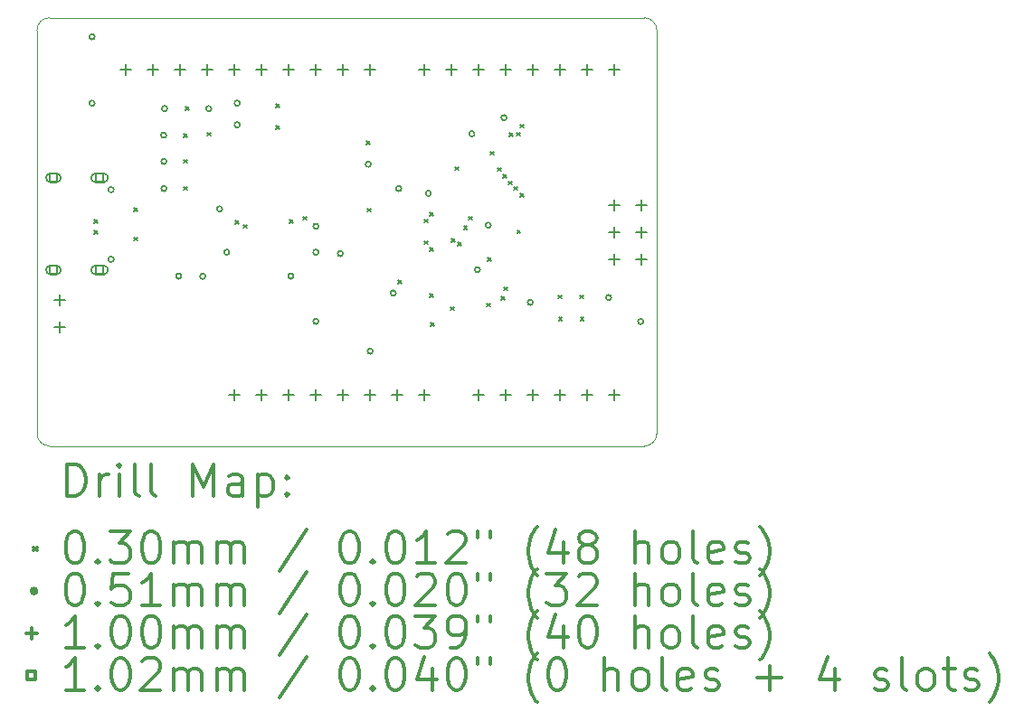
<source format=gbr>
%FSLAX45Y45*%
G04 Gerber Fmt 4.5, Leading zero omitted, Abs format (unit mm)*
G04 Created by KiCad (PCBNEW (5.1.2-1)-1) date 2020-03-21 02:44:11*
%MOMM*%
%LPD*%
G04 APERTURE LIST*
%ADD10C,0.050000*%
%ADD11C,0.049987*%
%ADD12C,0.200000*%
%ADD13C,0.300000*%
G04 APERTURE END LIST*
D10*
X1365720Y-1227280D02*
X6933400Y-1228400D01*
X1365720Y-5240480D02*
X6933400Y-5241600D01*
X7050240Y-5124760D02*
X7050240Y-1345240D01*
X1249023Y-1345240D02*
X1250000Y-5124760D01*
D11*
X6933400Y-1228400D02*
G75*
G02X7050240Y-1345240I0J-116840D01*
G01*
X7050240Y-5124760D02*
G75*
G02X6933400Y-5241600I-116840J0D01*
G01*
X1365720Y-5240480D02*
G75*
G02X1250000Y-5124760I0J115720D01*
G01*
X1249023Y-1345240D02*
G75*
G02X1365720Y-1227280I117967J0D01*
G01*
D12*
X1785000Y-3120000D02*
X1815000Y-3150000D01*
X1815000Y-3120000D02*
X1785000Y-3150000D01*
X1785000Y-3223450D02*
X1815000Y-3253450D01*
X1815000Y-3223450D02*
X1785000Y-3253450D01*
X2160000Y-3010000D02*
X2190000Y-3040000D01*
X2190000Y-3010000D02*
X2160000Y-3040000D01*
X2160000Y-3285000D02*
X2190000Y-3315000D01*
X2190000Y-3285000D02*
X2160000Y-3315000D01*
X2625800Y-2318300D02*
X2655800Y-2348300D01*
X2655800Y-2318300D02*
X2625800Y-2348300D01*
X2625800Y-2559600D02*
X2655800Y-2589600D01*
X2655800Y-2559600D02*
X2625800Y-2589600D01*
X2625800Y-2813600D02*
X2655800Y-2843600D01*
X2655800Y-2813600D02*
X2625800Y-2843600D01*
X2638500Y-2064300D02*
X2668500Y-2094300D01*
X2668500Y-2064300D02*
X2638500Y-2094300D01*
X2841700Y-2305600D02*
X2871700Y-2335600D01*
X2871700Y-2305600D02*
X2841700Y-2335600D01*
X3108400Y-3127650D02*
X3138400Y-3157650D01*
X3138400Y-3127650D02*
X3108400Y-3157650D01*
X3184600Y-3169200D02*
X3214600Y-3199200D01*
X3214600Y-3169200D02*
X3184600Y-3199200D01*
X3489400Y-2035999D02*
X3519400Y-2065999D01*
X3519400Y-2035999D02*
X3489400Y-2065999D01*
X3489400Y-2242100D02*
X3519400Y-2272100D01*
X3519400Y-2242100D02*
X3489400Y-2272100D01*
X3613700Y-3121300D02*
X3643700Y-3151300D01*
X3643700Y-3121300D02*
X3613700Y-3151300D01*
X3743400Y-3093000D02*
X3773400Y-3123000D01*
X3773400Y-3093000D02*
X3743400Y-3123000D01*
X4335000Y-2385000D02*
X4365000Y-2415000D01*
X4365000Y-2385000D02*
X4335000Y-2415000D01*
X4340300Y-3016800D02*
X4370300Y-3046800D01*
X4370300Y-3016800D02*
X4340300Y-3046800D01*
X4632400Y-3689900D02*
X4662400Y-3719900D01*
X4662400Y-3689900D02*
X4632400Y-3719900D01*
X4873700Y-3118400D02*
X4903700Y-3148400D01*
X4903700Y-3118400D02*
X4873700Y-3148400D01*
X4873700Y-3321600D02*
X4903700Y-3351600D01*
X4903700Y-3321600D02*
X4873700Y-3351600D01*
X4924500Y-3054900D02*
X4954500Y-3084900D01*
X4954500Y-3054900D02*
X4924500Y-3084900D01*
X4924500Y-3385100D02*
X4954500Y-3415100D01*
X4954500Y-3385100D02*
X4924500Y-3415100D01*
X4927071Y-3814329D02*
X4957071Y-3844329D01*
X4957071Y-3814329D02*
X4927071Y-3844329D01*
X4935000Y-4085000D02*
X4965000Y-4115000D01*
X4965000Y-4085000D02*
X4935000Y-4115000D01*
X5119692Y-3939207D02*
X5149692Y-3969207D01*
X5149692Y-3939207D02*
X5119692Y-3969207D01*
X5128171Y-3296671D02*
X5158171Y-3326671D01*
X5158171Y-3296671D02*
X5128171Y-3326671D01*
X5163679Y-2625221D02*
X5193679Y-2655221D01*
X5193679Y-2625221D02*
X5163679Y-2655221D01*
X5191200Y-3334300D02*
X5221200Y-3364300D01*
X5221200Y-3334300D02*
X5191200Y-3364300D01*
X5242941Y-3181900D02*
X5272941Y-3211900D01*
X5272941Y-3181900D02*
X5242941Y-3211900D01*
X5290841Y-3093000D02*
X5320841Y-3123000D01*
X5320841Y-3093000D02*
X5290841Y-3123000D01*
X5457900Y-3905800D02*
X5487900Y-3935800D01*
X5487900Y-3905800D02*
X5457900Y-3935800D01*
X5466685Y-3477915D02*
X5496685Y-3507915D01*
X5496685Y-3477915D02*
X5466685Y-3507915D01*
X5496000Y-2483400D02*
X5526000Y-2513400D01*
X5526000Y-2483400D02*
X5496000Y-2513400D01*
X5559500Y-2635800D02*
X5589500Y-2665800D01*
X5589500Y-2635800D02*
X5559500Y-2665800D01*
X5597600Y-3842300D02*
X5627600Y-3872300D01*
X5627600Y-3842300D02*
X5597600Y-3872300D01*
X5610300Y-2699300D02*
X5640300Y-2729300D01*
X5640300Y-2699300D02*
X5610300Y-2729300D01*
X5623000Y-3753400D02*
X5653000Y-3783400D01*
X5653000Y-3753400D02*
X5623000Y-3783400D01*
X5661100Y-2762800D02*
X5691100Y-2792800D01*
X5691100Y-2762800D02*
X5661100Y-2792800D01*
X5669570Y-2309830D02*
X5699570Y-2339830D01*
X5699570Y-2309830D02*
X5669570Y-2339830D01*
X5711900Y-2813600D02*
X5741900Y-2843600D01*
X5741900Y-2813600D02*
X5711900Y-2843600D01*
X5737300Y-2305600D02*
X5767300Y-2335600D01*
X5767300Y-2305600D02*
X5737300Y-2335600D01*
X5743720Y-3220000D02*
X5773720Y-3250000D01*
X5773720Y-3220000D02*
X5743720Y-3250000D01*
X5775399Y-2877100D02*
X5805399Y-2907100D01*
X5805399Y-2877100D02*
X5775399Y-2907100D01*
X5775400Y-2229400D02*
X5805400Y-2259400D01*
X5805400Y-2229400D02*
X5775400Y-2259400D01*
X6131000Y-3829600D02*
X6161000Y-3859600D01*
X6161000Y-3829600D02*
X6131000Y-3859600D01*
X6135000Y-4035000D02*
X6165000Y-4065000D01*
X6165000Y-4035000D02*
X6135000Y-4065000D01*
X6334200Y-3829600D02*
X6364200Y-3859600D01*
X6364200Y-3829600D02*
X6334200Y-3859600D01*
X6335000Y-4035000D02*
X6365000Y-4065000D01*
X6365000Y-4035000D02*
X6335000Y-4065000D01*
X1789900Y-1406200D02*
G75*
G03X1789900Y-1406200I-25400J0D01*
G01*
X1789900Y-2028500D02*
G75*
G03X1789900Y-2028500I-25400J0D01*
G01*
X1967700Y-2839001D02*
G75*
G03X1967700Y-2839001I-25400J0D01*
G01*
X1967700Y-3491299D02*
G75*
G03X1967700Y-3491299I-25400J0D01*
G01*
X2460460Y-2328220D02*
G75*
G03X2460460Y-2328220I-25400J0D01*
G01*
X2463000Y-2574600D02*
G75*
G03X2463000Y-2574600I-25400J0D01*
G01*
X2463000Y-2828600D02*
G75*
G03X2463000Y-2828600I-25400J0D01*
G01*
X2468080Y-2079300D02*
G75*
G03X2468080Y-2079300I-25400J0D01*
G01*
X2600400Y-3650000D02*
G75*
G03X2600400Y-3650000I-25400J0D01*
G01*
X2825400Y-3650000D02*
G75*
G03X2825400Y-3650000I-25400J0D01*
G01*
X2882100Y-2079300D02*
G75*
G03X2882100Y-2079300I-25400J0D01*
G01*
X2983700Y-3019100D02*
G75*
G03X2983700Y-3019100I-25400J0D01*
G01*
X3050400Y-3425000D02*
G75*
G03X3050400Y-3425000I-25400J0D01*
G01*
X3148800Y-2028500D02*
G75*
G03X3148800Y-2028500I-25400J0D01*
G01*
X3148800Y-2231700D02*
G75*
G03X3148800Y-2231700I-25400J0D01*
G01*
X3650400Y-3650000D02*
G75*
G03X3650400Y-3650000I-25400J0D01*
G01*
X3885400Y-3181949D02*
G75*
G03X3885400Y-3181949I-25400J0D01*
G01*
X3885400Y-3425500D02*
G75*
G03X3885400Y-3425500I-25400J0D01*
G01*
X3885400Y-4073200D02*
G75*
G03X3885400Y-4073200I-25400J0D01*
G01*
X4114000Y-3438200D02*
G75*
G03X4114000Y-3438200I-25400J0D01*
G01*
X4375400Y-2600000D02*
G75*
G03X4375400Y-2600000I-25400J0D01*
G01*
X4393400Y-4352600D02*
G75*
G03X4393400Y-4352600I-25400J0D01*
G01*
X4608472Y-3807328D02*
G75*
G03X4608472Y-3807328I-25400J0D01*
G01*
X4660100Y-2828600D02*
G75*
G03X4660100Y-2828600I-25400J0D01*
G01*
X4937250Y-2874259D02*
G75*
G03X4937250Y-2874259I-25400J0D01*
G01*
X5345400Y-2315000D02*
G75*
G03X5345400Y-2315000I-25400J0D01*
G01*
X5396700Y-3588808D02*
G75*
G03X5396700Y-3588808I-25400J0D01*
G01*
X5498300Y-3171500D02*
G75*
G03X5498300Y-3171500I-25400J0D01*
G01*
X5645400Y-2165000D02*
G75*
G03X5645400Y-2165000I-25400J0D01*
G01*
X5892000Y-3895400D02*
G75*
G03X5892000Y-3895400I-25400J0D01*
G01*
X6625400Y-3850000D02*
G75*
G03X6625400Y-3850000I-25400J0D01*
G01*
X6925400Y-4075000D02*
G75*
G03X6925400Y-4075000I-25400J0D01*
G01*
X6654000Y-2931000D02*
X6654000Y-3031000D01*
X6604000Y-2981000D02*
X6704000Y-2981000D01*
X6654000Y-3185000D02*
X6654000Y-3285000D01*
X6604000Y-3235000D02*
X6704000Y-3235000D01*
X6654000Y-3439000D02*
X6654000Y-3539000D01*
X6604000Y-3489000D02*
X6704000Y-3489000D01*
X6908000Y-2931000D02*
X6908000Y-3031000D01*
X6858000Y-2981000D02*
X6958000Y-2981000D01*
X6908000Y-3185000D02*
X6908000Y-3285000D01*
X6858000Y-3235000D02*
X6958000Y-3235000D01*
X6908000Y-3439000D02*
X6908000Y-3539000D01*
X6858000Y-3489000D02*
X6958000Y-3489000D01*
X2082000Y-1661000D02*
X2082000Y-1761000D01*
X2032000Y-1711000D02*
X2132000Y-1711000D01*
X2336000Y-1661000D02*
X2336000Y-1761000D01*
X2286000Y-1711000D02*
X2386000Y-1711000D01*
X2590000Y-1661000D02*
X2590000Y-1761000D01*
X2540000Y-1711000D02*
X2640000Y-1711000D01*
X2844000Y-1661000D02*
X2844000Y-1761000D01*
X2794000Y-1711000D02*
X2894000Y-1711000D01*
X3098000Y-1661000D02*
X3098000Y-1761000D01*
X3048000Y-1711000D02*
X3148000Y-1711000D01*
X3352000Y-1661000D02*
X3352000Y-1761000D01*
X3302000Y-1711000D02*
X3402000Y-1711000D01*
X3606000Y-1661000D02*
X3606000Y-1761000D01*
X3556000Y-1711000D02*
X3656000Y-1711000D01*
X3860000Y-1661000D02*
X3860000Y-1761000D01*
X3810000Y-1711000D02*
X3910000Y-1711000D01*
X4114000Y-1661000D02*
X4114000Y-1761000D01*
X4064000Y-1711000D02*
X4164000Y-1711000D01*
X4368000Y-1661000D02*
X4368000Y-1761000D01*
X4318000Y-1711000D02*
X4418000Y-1711000D01*
X1460000Y-3825000D02*
X1460000Y-3925000D01*
X1410000Y-3875000D02*
X1510000Y-3875000D01*
X1460000Y-4079000D02*
X1460000Y-4179000D01*
X1410000Y-4129000D02*
X1510000Y-4129000D01*
X4876000Y-1661000D02*
X4876000Y-1761000D01*
X4826000Y-1711000D02*
X4926000Y-1711000D01*
X5130000Y-1661000D02*
X5130000Y-1761000D01*
X5080000Y-1711000D02*
X5180000Y-1711000D01*
X5384000Y-1661000D02*
X5384000Y-1761000D01*
X5334000Y-1711000D02*
X5434000Y-1711000D01*
X5638000Y-1661000D02*
X5638000Y-1761000D01*
X5588000Y-1711000D02*
X5688000Y-1711000D01*
X5892000Y-1661000D02*
X5892000Y-1761000D01*
X5842000Y-1711000D02*
X5942000Y-1711000D01*
X6146000Y-1661000D02*
X6146000Y-1761000D01*
X6096000Y-1711000D02*
X6196000Y-1711000D01*
X6400000Y-1661000D02*
X6400000Y-1761000D01*
X6350000Y-1711000D02*
X6450000Y-1711000D01*
X6654000Y-1661000D02*
X6654000Y-1761000D01*
X6604000Y-1711000D02*
X6704000Y-1711000D01*
X5384000Y-4709000D02*
X5384000Y-4809000D01*
X5334000Y-4759000D02*
X5434000Y-4759000D01*
X5638000Y-4709000D02*
X5638000Y-4809000D01*
X5588000Y-4759000D02*
X5688000Y-4759000D01*
X5892000Y-4709000D02*
X5892000Y-4809000D01*
X5842000Y-4759000D02*
X5942000Y-4759000D01*
X6146000Y-4709000D02*
X6146000Y-4809000D01*
X6096000Y-4759000D02*
X6196000Y-4759000D01*
X6400000Y-4709000D02*
X6400000Y-4809000D01*
X6350000Y-4759000D02*
X6450000Y-4759000D01*
X6654000Y-4709000D02*
X6654000Y-4809000D01*
X6604000Y-4759000D02*
X6704000Y-4759000D01*
X3098000Y-4709000D02*
X3098000Y-4809000D01*
X3048000Y-4759000D02*
X3148000Y-4759000D01*
X3352000Y-4709000D02*
X3352000Y-4809000D01*
X3302000Y-4759000D02*
X3402000Y-4759000D01*
X3606000Y-4709000D02*
X3606000Y-4809000D01*
X3556000Y-4759000D02*
X3656000Y-4759000D01*
X3860000Y-4709000D02*
X3860000Y-4809000D01*
X3810000Y-4759000D02*
X3910000Y-4759000D01*
X4114000Y-4709000D02*
X4114000Y-4809000D01*
X4064000Y-4759000D02*
X4164000Y-4759000D01*
X4368000Y-4709000D02*
X4368000Y-4809000D01*
X4318000Y-4759000D02*
X4418000Y-4759000D01*
X4622000Y-4709000D02*
X4622000Y-4809000D01*
X4572000Y-4759000D02*
X4672000Y-4759000D01*
X4876000Y-4709000D02*
X4876000Y-4809000D01*
X4826000Y-4759000D02*
X4926000Y-4759000D01*
X1439921Y-2762921D02*
X1439921Y-2691079D01*
X1368079Y-2691079D01*
X1368079Y-2762921D01*
X1439921Y-2762921D01*
X1431940Y-2686200D02*
X1376060Y-2686200D01*
X1431940Y-2767800D02*
X1376060Y-2767800D01*
X1376060Y-2686200D02*
G75*
G03X1376060Y-2767800I0J-40800D01*
G01*
X1431940Y-2767800D02*
G75*
G03X1431940Y-2686200I0J40800D01*
G01*
X1439921Y-3626521D02*
X1439921Y-3554679D01*
X1368079Y-3554679D01*
X1368079Y-3626521D01*
X1439921Y-3626521D01*
X1431940Y-3549800D02*
X1376060Y-3549800D01*
X1431940Y-3631400D02*
X1376060Y-3631400D01*
X1376060Y-3549800D02*
G75*
G03X1376060Y-3631400I0J-40800D01*
G01*
X1431940Y-3631400D02*
G75*
G03X1431940Y-3549800I0J40800D01*
G01*
X1871721Y-2762921D02*
X1871721Y-2691079D01*
X1799879Y-2691079D01*
X1799879Y-2762921D01*
X1871721Y-2762921D01*
X1873900Y-2686200D02*
X1797700Y-2686200D01*
X1873900Y-2767800D02*
X1797700Y-2767800D01*
X1797700Y-2686200D02*
G75*
G03X1797700Y-2767800I0J-40800D01*
G01*
X1873900Y-2767800D02*
G75*
G03X1873900Y-2686200I0J40800D01*
G01*
X1871721Y-3626521D02*
X1871721Y-3554679D01*
X1799879Y-3554679D01*
X1799879Y-3626521D01*
X1871721Y-3626521D01*
X1873900Y-3549800D02*
X1797700Y-3549800D01*
X1873900Y-3631400D02*
X1797700Y-3631400D01*
X1797700Y-3549800D02*
G75*
G03X1797700Y-3631400I0J-40800D01*
G01*
X1873900Y-3631400D02*
G75*
G03X1873900Y-3549800I0J40800D01*
G01*
D13*
X1532952Y-5709814D02*
X1532952Y-5409814D01*
X1604380Y-5409814D01*
X1647237Y-5424100D01*
X1675809Y-5452672D01*
X1690094Y-5481243D01*
X1704380Y-5538386D01*
X1704380Y-5581243D01*
X1690094Y-5638386D01*
X1675809Y-5666957D01*
X1647237Y-5695529D01*
X1604380Y-5709814D01*
X1532952Y-5709814D01*
X1832952Y-5709814D02*
X1832952Y-5509814D01*
X1832952Y-5566957D02*
X1847237Y-5538386D01*
X1861523Y-5524100D01*
X1890094Y-5509814D01*
X1918666Y-5509814D01*
X2018666Y-5709814D02*
X2018666Y-5509814D01*
X2018666Y-5409814D02*
X2004380Y-5424100D01*
X2018666Y-5438386D01*
X2032952Y-5424100D01*
X2018666Y-5409814D01*
X2018666Y-5438386D01*
X2204380Y-5709814D02*
X2175809Y-5695529D01*
X2161523Y-5666957D01*
X2161523Y-5409814D01*
X2361523Y-5709814D02*
X2332952Y-5695529D01*
X2318666Y-5666957D01*
X2318666Y-5409814D01*
X2704380Y-5709814D02*
X2704380Y-5409814D01*
X2804380Y-5624100D01*
X2904380Y-5409814D01*
X2904380Y-5709814D01*
X3175809Y-5709814D02*
X3175809Y-5552672D01*
X3161523Y-5524100D01*
X3132952Y-5509814D01*
X3075809Y-5509814D01*
X3047237Y-5524100D01*
X3175809Y-5695529D02*
X3147237Y-5709814D01*
X3075809Y-5709814D01*
X3047237Y-5695529D01*
X3032952Y-5666957D01*
X3032952Y-5638386D01*
X3047237Y-5609814D01*
X3075809Y-5595529D01*
X3147237Y-5595529D01*
X3175809Y-5581243D01*
X3318666Y-5509814D02*
X3318666Y-5809814D01*
X3318666Y-5524100D02*
X3347237Y-5509814D01*
X3404380Y-5509814D01*
X3432952Y-5524100D01*
X3447237Y-5538386D01*
X3461523Y-5566957D01*
X3461523Y-5652671D01*
X3447237Y-5681243D01*
X3432952Y-5695529D01*
X3404380Y-5709814D01*
X3347237Y-5709814D01*
X3318666Y-5695529D01*
X3590094Y-5681243D02*
X3604380Y-5695529D01*
X3590094Y-5709814D01*
X3575809Y-5695529D01*
X3590094Y-5681243D01*
X3590094Y-5709814D01*
X3590094Y-5524100D02*
X3604380Y-5538386D01*
X3590094Y-5552672D01*
X3575809Y-5538386D01*
X3590094Y-5524100D01*
X3590094Y-5552672D01*
X1216523Y-6189100D02*
X1246523Y-6219100D01*
X1246523Y-6189100D02*
X1216523Y-6219100D01*
X1590094Y-6039814D02*
X1618666Y-6039814D01*
X1647237Y-6054100D01*
X1661523Y-6068386D01*
X1675809Y-6096957D01*
X1690094Y-6154100D01*
X1690094Y-6225529D01*
X1675809Y-6282671D01*
X1661523Y-6311243D01*
X1647237Y-6325529D01*
X1618666Y-6339814D01*
X1590094Y-6339814D01*
X1561523Y-6325529D01*
X1547237Y-6311243D01*
X1532952Y-6282671D01*
X1518666Y-6225529D01*
X1518666Y-6154100D01*
X1532952Y-6096957D01*
X1547237Y-6068386D01*
X1561523Y-6054100D01*
X1590094Y-6039814D01*
X1818666Y-6311243D02*
X1832952Y-6325529D01*
X1818666Y-6339814D01*
X1804380Y-6325529D01*
X1818666Y-6311243D01*
X1818666Y-6339814D01*
X1932952Y-6039814D02*
X2118666Y-6039814D01*
X2018666Y-6154100D01*
X2061523Y-6154100D01*
X2090094Y-6168386D01*
X2104380Y-6182671D01*
X2118666Y-6211243D01*
X2118666Y-6282671D01*
X2104380Y-6311243D01*
X2090094Y-6325529D01*
X2061523Y-6339814D01*
X1975809Y-6339814D01*
X1947237Y-6325529D01*
X1932952Y-6311243D01*
X2304380Y-6039814D02*
X2332952Y-6039814D01*
X2361523Y-6054100D01*
X2375809Y-6068386D01*
X2390095Y-6096957D01*
X2404380Y-6154100D01*
X2404380Y-6225529D01*
X2390095Y-6282671D01*
X2375809Y-6311243D01*
X2361523Y-6325529D01*
X2332952Y-6339814D01*
X2304380Y-6339814D01*
X2275809Y-6325529D01*
X2261523Y-6311243D01*
X2247237Y-6282671D01*
X2232952Y-6225529D01*
X2232952Y-6154100D01*
X2247237Y-6096957D01*
X2261523Y-6068386D01*
X2275809Y-6054100D01*
X2304380Y-6039814D01*
X2532952Y-6339814D02*
X2532952Y-6139814D01*
X2532952Y-6168386D02*
X2547237Y-6154100D01*
X2575809Y-6139814D01*
X2618666Y-6139814D01*
X2647237Y-6154100D01*
X2661523Y-6182671D01*
X2661523Y-6339814D01*
X2661523Y-6182671D02*
X2675809Y-6154100D01*
X2704380Y-6139814D01*
X2747237Y-6139814D01*
X2775809Y-6154100D01*
X2790095Y-6182671D01*
X2790095Y-6339814D01*
X2932952Y-6339814D02*
X2932952Y-6139814D01*
X2932952Y-6168386D02*
X2947237Y-6154100D01*
X2975809Y-6139814D01*
X3018666Y-6139814D01*
X3047237Y-6154100D01*
X3061523Y-6182671D01*
X3061523Y-6339814D01*
X3061523Y-6182671D02*
X3075809Y-6154100D01*
X3104380Y-6139814D01*
X3147237Y-6139814D01*
X3175809Y-6154100D01*
X3190094Y-6182671D01*
X3190094Y-6339814D01*
X3775809Y-6025529D02*
X3518666Y-6411243D01*
X4161523Y-6039814D02*
X4190094Y-6039814D01*
X4218666Y-6054100D01*
X4232952Y-6068386D01*
X4247237Y-6096957D01*
X4261523Y-6154100D01*
X4261523Y-6225529D01*
X4247237Y-6282671D01*
X4232952Y-6311243D01*
X4218666Y-6325529D01*
X4190094Y-6339814D01*
X4161523Y-6339814D01*
X4132952Y-6325529D01*
X4118666Y-6311243D01*
X4104380Y-6282671D01*
X4090094Y-6225529D01*
X4090094Y-6154100D01*
X4104380Y-6096957D01*
X4118666Y-6068386D01*
X4132952Y-6054100D01*
X4161523Y-6039814D01*
X4390095Y-6311243D02*
X4404380Y-6325529D01*
X4390095Y-6339814D01*
X4375809Y-6325529D01*
X4390095Y-6311243D01*
X4390095Y-6339814D01*
X4590095Y-6039814D02*
X4618666Y-6039814D01*
X4647237Y-6054100D01*
X4661523Y-6068386D01*
X4675809Y-6096957D01*
X4690095Y-6154100D01*
X4690095Y-6225529D01*
X4675809Y-6282671D01*
X4661523Y-6311243D01*
X4647237Y-6325529D01*
X4618666Y-6339814D01*
X4590095Y-6339814D01*
X4561523Y-6325529D01*
X4547237Y-6311243D01*
X4532952Y-6282671D01*
X4518666Y-6225529D01*
X4518666Y-6154100D01*
X4532952Y-6096957D01*
X4547237Y-6068386D01*
X4561523Y-6054100D01*
X4590095Y-6039814D01*
X4975809Y-6339814D02*
X4804380Y-6339814D01*
X4890095Y-6339814D02*
X4890095Y-6039814D01*
X4861523Y-6082671D01*
X4832952Y-6111243D01*
X4804380Y-6125529D01*
X5090095Y-6068386D02*
X5104380Y-6054100D01*
X5132952Y-6039814D01*
X5204380Y-6039814D01*
X5232952Y-6054100D01*
X5247237Y-6068386D01*
X5261523Y-6096957D01*
X5261523Y-6125529D01*
X5247237Y-6168386D01*
X5075809Y-6339814D01*
X5261523Y-6339814D01*
X5375809Y-6039814D02*
X5375809Y-6096957D01*
X5490095Y-6039814D02*
X5490095Y-6096957D01*
X5932952Y-6454100D02*
X5918666Y-6439814D01*
X5890094Y-6396957D01*
X5875809Y-6368386D01*
X5861523Y-6325529D01*
X5847237Y-6254100D01*
X5847237Y-6196957D01*
X5861523Y-6125529D01*
X5875809Y-6082671D01*
X5890094Y-6054100D01*
X5918666Y-6011243D01*
X5932952Y-5996957D01*
X6175809Y-6139814D02*
X6175809Y-6339814D01*
X6104380Y-6025529D02*
X6032952Y-6239814D01*
X6218666Y-6239814D01*
X6375809Y-6168386D02*
X6347237Y-6154100D01*
X6332952Y-6139814D01*
X6318666Y-6111243D01*
X6318666Y-6096957D01*
X6332952Y-6068386D01*
X6347237Y-6054100D01*
X6375809Y-6039814D01*
X6432952Y-6039814D01*
X6461523Y-6054100D01*
X6475809Y-6068386D01*
X6490094Y-6096957D01*
X6490094Y-6111243D01*
X6475809Y-6139814D01*
X6461523Y-6154100D01*
X6432952Y-6168386D01*
X6375809Y-6168386D01*
X6347237Y-6182671D01*
X6332952Y-6196957D01*
X6318666Y-6225529D01*
X6318666Y-6282671D01*
X6332952Y-6311243D01*
X6347237Y-6325529D01*
X6375809Y-6339814D01*
X6432952Y-6339814D01*
X6461523Y-6325529D01*
X6475809Y-6311243D01*
X6490094Y-6282671D01*
X6490094Y-6225529D01*
X6475809Y-6196957D01*
X6461523Y-6182671D01*
X6432952Y-6168386D01*
X6847237Y-6339814D02*
X6847237Y-6039814D01*
X6975809Y-6339814D02*
X6975809Y-6182671D01*
X6961523Y-6154100D01*
X6932952Y-6139814D01*
X6890094Y-6139814D01*
X6861523Y-6154100D01*
X6847237Y-6168386D01*
X7161523Y-6339814D02*
X7132952Y-6325529D01*
X7118666Y-6311243D01*
X7104380Y-6282671D01*
X7104380Y-6196957D01*
X7118666Y-6168386D01*
X7132952Y-6154100D01*
X7161523Y-6139814D01*
X7204380Y-6139814D01*
X7232952Y-6154100D01*
X7247237Y-6168386D01*
X7261523Y-6196957D01*
X7261523Y-6282671D01*
X7247237Y-6311243D01*
X7232952Y-6325529D01*
X7204380Y-6339814D01*
X7161523Y-6339814D01*
X7432952Y-6339814D02*
X7404380Y-6325529D01*
X7390094Y-6296957D01*
X7390094Y-6039814D01*
X7661523Y-6325529D02*
X7632952Y-6339814D01*
X7575809Y-6339814D01*
X7547237Y-6325529D01*
X7532952Y-6296957D01*
X7532952Y-6182671D01*
X7547237Y-6154100D01*
X7575809Y-6139814D01*
X7632952Y-6139814D01*
X7661523Y-6154100D01*
X7675809Y-6182671D01*
X7675809Y-6211243D01*
X7532952Y-6239814D01*
X7790094Y-6325529D02*
X7818666Y-6339814D01*
X7875809Y-6339814D01*
X7904380Y-6325529D01*
X7918666Y-6296957D01*
X7918666Y-6282671D01*
X7904380Y-6254100D01*
X7875809Y-6239814D01*
X7832952Y-6239814D01*
X7804380Y-6225529D01*
X7790094Y-6196957D01*
X7790094Y-6182671D01*
X7804380Y-6154100D01*
X7832952Y-6139814D01*
X7875809Y-6139814D01*
X7904380Y-6154100D01*
X8018666Y-6454100D02*
X8032952Y-6439814D01*
X8061523Y-6396957D01*
X8075809Y-6368386D01*
X8090094Y-6325529D01*
X8104380Y-6254100D01*
X8104380Y-6196957D01*
X8090094Y-6125529D01*
X8075809Y-6082671D01*
X8061523Y-6054100D01*
X8032952Y-6011243D01*
X8018666Y-5996957D01*
X1246523Y-6600100D02*
G75*
G03X1246523Y-6600100I-25400J0D01*
G01*
X1590094Y-6435814D02*
X1618666Y-6435814D01*
X1647237Y-6450100D01*
X1661523Y-6464386D01*
X1675809Y-6492957D01*
X1690094Y-6550100D01*
X1690094Y-6621529D01*
X1675809Y-6678671D01*
X1661523Y-6707243D01*
X1647237Y-6721529D01*
X1618666Y-6735814D01*
X1590094Y-6735814D01*
X1561523Y-6721529D01*
X1547237Y-6707243D01*
X1532952Y-6678671D01*
X1518666Y-6621529D01*
X1518666Y-6550100D01*
X1532952Y-6492957D01*
X1547237Y-6464386D01*
X1561523Y-6450100D01*
X1590094Y-6435814D01*
X1818666Y-6707243D02*
X1832952Y-6721529D01*
X1818666Y-6735814D01*
X1804380Y-6721529D01*
X1818666Y-6707243D01*
X1818666Y-6735814D01*
X2104380Y-6435814D02*
X1961523Y-6435814D01*
X1947237Y-6578671D01*
X1961523Y-6564386D01*
X1990094Y-6550100D01*
X2061523Y-6550100D01*
X2090094Y-6564386D01*
X2104380Y-6578671D01*
X2118666Y-6607243D01*
X2118666Y-6678671D01*
X2104380Y-6707243D01*
X2090094Y-6721529D01*
X2061523Y-6735814D01*
X1990094Y-6735814D01*
X1961523Y-6721529D01*
X1947237Y-6707243D01*
X2404380Y-6735814D02*
X2232952Y-6735814D01*
X2318666Y-6735814D02*
X2318666Y-6435814D01*
X2290095Y-6478671D01*
X2261523Y-6507243D01*
X2232952Y-6521529D01*
X2532952Y-6735814D02*
X2532952Y-6535814D01*
X2532952Y-6564386D02*
X2547237Y-6550100D01*
X2575809Y-6535814D01*
X2618666Y-6535814D01*
X2647237Y-6550100D01*
X2661523Y-6578671D01*
X2661523Y-6735814D01*
X2661523Y-6578671D02*
X2675809Y-6550100D01*
X2704380Y-6535814D01*
X2747237Y-6535814D01*
X2775809Y-6550100D01*
X2790095Y-6578671D01*
X2790095Y-6735814D01*
X2932952Y-6735814D02*
X2932952Y-6535814D01*
X2932952Y-6564386D02*
X2947237Y-6550100D01*
X2975809Y-6535814D01*
X3018666Y-6535814D01*
X3047237Y-6550100D01*
X3061523Y-6578671D01*
X3061523Y-6735814D01*
X3061523Y-6578671D02*
X3075809Y-6550100D01*
X3104380Y-6535814D01*
X3147237Y-6535814D01*
X3175809Y-6550100D01*
X3190094Y-6578671D01*
X3190094Y-6735814D01*
X3775809Y-6421529D02*
X3518666Y-6807243D01*
X4161523Y-6435814D02*
X4190094Y-6435814D01*
X4218666Y-6450100D01*
X4232952Y-6464386D01*
X4247237Y-6492957D01*
X4261523Y-6550100D01*
X4261523Y-6621529D01*
X4247237Y-6678671D01*
X4232952Y-6707243D01*
X4218666Y-6721529D01*
X4190094Y-6735814D01*
X4161523Y-6735814D01*
X4132952Y-6721529D01*
X4118666Y-6707243D01*
X4104380Y-6678671D01*
X4090094Y-6621529D01*
X4090094Y-6550100D01*
X4104380Y-6492957D01*
X4118666Y-6464386D01*
X4132952Y-6450100D01*
X4161523Y-6435814D01*
X4390095Y-6707243D02*
X4404380Y-6721529D01*
X4390095Y-6735814D01*
X4375809Y-6721529D01*
X4390095Y-6707243D01*
X4390095Y-6735814D01*
X4590095Y-6435814D02*
X4618666Y-6435814D01*
X4647237Y-6450100D01*
X4661523Y-6464386D01*
X4675809Y-6492957D01*
X4690095Y-6550100D01*
X4690095Y-6621529D01*
X4675809Y-6678671D01*
X4661523Y-6707243D01*
X4647237Y-6721529D01*
X4618666Y-6735814D01*
X4590095Y-6735814D01*
X4561523Y-6721529D01*
X4547237Y-6707243D01*
X4532952Y-6678671D01*
X4518666Y-6621529D01*
X4518666Y-6550100D01*
X4532952Y-6492957D01*
X4547237Y-6464386D01*
X4561523Y-6450100D01*
X4590095Y-6435814D01*
X4804380Y-6464386D02*
X4818666Y-6450100D01*
X4847237Y-6435814D01*
X4918666Y-6435814D01*
X4947237Y-6450100D01*
X4961523Y-6464386D01*
X4975809Y-6492957D01*
X4975809Y-6521529D01*
X4961523Y-6564386D01*
X4790095Y-6735814D01*
X4975809Y-6735814D01*
X5161523Y-6435814D02*
X5190095Y-6435814D01*
X5218666Y-6450100D01*
X5232952Y-6464386D01*
X5247237Y-6492957D01*
X5261523Y-6550100D01*
X5261523Y-6621529D01*
X5247237Y-6678671D01*
X5232952Y-6707243D01*
X5218666Y-6721529D01*
X5190095Y-6735814D01*
X5161523Y-6735814D01*
X5132952Y-6721529D01*
X5118666Y-6707243D01*
X5104380Y-6678671D01*
X5090095Y-6621529D01*
X5090095Y-6550100D01*
X5104380Y-6492957D01*
X5118666Y-6464386D01*
X5132952Y-6450100D01*
X5161523Y-6435814D01*
X5375809Y-6435814D02*
X5375809Y-6492957D01*
X5490095Y-6435814D02*
X5490095Y-6492957D01*
X5932952Y-6850100D02*
X5918666Y-6835814D01*
X5890094Y-6792957D01*
X5875809Y-6764386D01*
X5861523Y-6721529D01*
X5847237Y-6650100D01*
X5847237Y-6592957D01*
X5861523Y-6521529D01*
X5875809Y-6478671D01*
X5890094Y-6450100D01*
X5918666Y-6407243D01*
X5932952Y-6392957D01*
X6018666Y-6435814D02*
X6204380Y-6435814D01*
X6104380Y-6550100D01*
X6147237Y-6550100D01*
X6175809Y-6564386D01*
X6190094Y-6578671D01*
X6204380Y-6607243D01*
X6204380Y-6678671D01*
X6190094Y-6707243D01*
X6175809Y-6721529D01*
X6147237Y-6735814D01*
X6061523Y-6735814D01*
X6032952Y-6721529D01*
X6018666Y-6707243D01*
X6318666Y-6464386D02*
X6332952Y-6450100D01*
X6361523Y-6435814D01*
X6432952Y-6435814D01*
X6461523Y-6450100D01*
X6475809Y-6464386D01*
X6490094Y-6492957D01*
X6490094Y-6521529D01*
X6475809Y-6564386D01*
X6304380Y-6735814D01*
X6490094Y-6735814D01*
X6847237Y-6735814D02*
X6847237Y-6435814D01*
X6975809Y-6735814D02*
X6975809Y-6578671D01*
X6961523Y-6550100D01*
X6932952Y-6535814D01*
X6890094Y-6535814D01*
X6861523Y-6550100D01*
X6847237Y-6564386D01*
X7161523Y-6735814D02*
X7132952Y-6721529D01*
X7118666Y-6707243D01*
X7104380Y-6678671D01*
X7104380Y-6592957D01*
X7118666Y-6564386D01*
X7132952Y-6550100D01*
X7161523Y-6535814D01*
X7204380Y-6535814D01*
X7232952Y-6550100D01*
X7247237Y-6564386D01*
X7261523Y-6592957D01*
X7261523Y-6678671D01*
X7247237Y-6707243D01*
X7232952Y-6721529D01*
X7204380Y-6735814D01*
X7161523Y-6735814D01*
X7432952Y-6735814D02*
X7404380Y-6721529D01*
X7390094Y-6692957D01*
X7390094Y-6435814D01*
X7661523Y-6721529D02*
X7632952Y-6735814D01*
X7575809Y-6735814D01*
X7547237Y-6721529D01*
X7532952Y-6692957D01*
X7532952Y-6578671D01*
X7547237Y-6550100D01*
X7575809Y-6535814D01*
X7632952Y-6535814D01*
X7661523Y-6550100D01*
X7675809Y-6578671D01*
X7675809Y-6607243D01*
X7532952Y-6635814D01*
X7790094Y-6721529D02*
X7818666Y-6735814D01*
X7875809Y-6735814D01*
X7904380Y-6721529D01*
X7918666Y-6692957D01*
X7918666Y-6678671D01*
X7904380Y-6650100D01*
X7875809Y-6635814D01*
X7832952Y-6635814D01*
X7804380Y-6621529D01*
X7790094Y-6592957D01*
X7790094Y-6578671D01*
X7804380Y-6550100D01*
X7832952Y-6535814D01*
X7875809Y-6535814D01*
X7904380Y-6550100D01*
X8018666Y-6850100D02*
X8032952Y-6835814D01*
X8061523Y-6792957D01*
X8075809Y-6764386D01*
X8090094Y-6721529D01*
X8104380Y-6650100D01*
X8104380Y-6592957D01*
X8090094Y-6521529D01*
X8075809Y-6478671D01*
X8061523Y-6450100D01*
X8032952Y-6407243D01*
X8018666Y-6392957D01*
X1196523Y-6946100D02*
X1196523Y-7046100D01*
X1146523Y-6996100D02*
X1246523Y-6996100D01*
X1690094Y-7131814D02*
X1518666Y-7131814D01*
X1604380Y-7131814D02*
X1604380Y-6831814D01*
X1575809Y-6874671D01*
X1547237Y-6903243D01*
X1518666Y-6917529D01*
X1818666Y-7103243D02*
X1832952Y-7117529D01*
X1818666Y-7131814D01*
X1804380Y-7117529D01*
X1818666Y-7103243D01*
X1818666Y-7131814D01*
X2018666Y-6831814D02*
X2047237Y-6831814D01*
X2075809Y-6846100D01*
X2090094Y-6860386D01*
X2104380Y-6888957D01*
X2118666Y-6946100D01*
X2118666Y-7017529D01*
X2104380Y-7074671D01*
X2090094Y-7103243D01*
X2075809Y-7117529D01*
X2047237Y-7131814D01*
X2018666Y-7131814D01*
X1990094Y-7117529D01*
X1975809Y-7103243D01*
X1961523Y-7074671D01*
X1947237Y-7017529D01*
X1947237Y-6946100D01*
X1961523Y-6888957D01*
X1975809Y-6860386D01*
X1990094Y-6846100D01*
X2018666Y-6831814D01*
X2304380Y-6831814D02*
X2332952Y-6831814D01*
X2361523Y-6846100D01*
X2375809Y-6860386D01*
X2390095Y-6888957D01*
X2404380Y-6946100D01*
X2404380Y-7017529D01*
X2390095Y-7074671D01*
X2375809Y-7103243D01*
X2361523Y-7117529D01*
X2332952Y-7131814D01*
X2304380Y-7131814D01*
X2275809Y-7117529D01*
X2261523Y-7103243D01*
X2247237Y-7074671D01*
X2232952Y-7017529D01*
X2232952Y-6946100D01*
X2247237Y-6888957D01*
X2261523Y-6860386D01*
X2275809Y-6846100D01*
X2304380Y-6831814D01*
X2532952Y-7131814D02*
X2532952Y-6931814D01*
X2532952Y-6960386D02*
X2547237Y-6946100D01*
X2575809Y-6931814D01*
X2618666Y-6931814D01*
X2647237Y-6946100D01*
X2661523Y-6974671D01*
X2661523Y-7131814D01*
X2661523Y-6974671D02*
X2675809Y-6946100D01*
X2704380Y-6931814D01*
X2747237Y-6931814D01*
X2775809Y-6946100D01*
X2790095Y-6974671D01*
X2790095Y-7131814D01*
X2932952Y-7131814D02*
X2932952Y-6931814D01*
X2932952Y-6960386D02*
X2947237Y-6946100D01*
X2975809Y-6931814D01*
X3018666Y-6931814D01*
X3047237Y-6946100D01*
X3061523Y-6974671D01*
X3061523Y-7131814D01*
X3061523Y-6974671D02*
X3075809Y-6946100D01*
X3104380Y-6931814D01*
X3147237Y-6931814D01*
X3175809Y-6946100D01*
X3190094Y-6974671D01*
X3190094Y-7131814D01*
X3775809Y-6817529D02*
X3518666Y-7203243D01*
X4161523Y-6831814D02*
X4190094Y-6831814D01*
X4218666Y-6846100D01*
X4232952Y-6860386D01*
X4247237Y-6888957D01*
X4261523Y-6946100D01*
X4261523Y-7017529D01*
X4247237Y-7074671D01*
X4232952Y-7103243D01*
X4218666Y-7117529D01*
X4190094Y-7131814D01*
X4161523Y-7131814D01*
X4132952Y-7117529D01*
X4118666Y-7103243D01*
X4104380Y-7074671D01*
X4090094Y-7017529D01*
X4090094Y-6946100D01*
X4104380Y-6888957D01*
X4118666Y-6860386D01*
X4132952Y-6846100D01*
X4161523Y-6831814D01*
X4390095Y-7103243D02*
X4404380Y-7117529D01*
X4390095Y-7131814D01*
X4375809Y-7117529D01*
X4390095Y-7103243D01*
X4390095Y-7131814D01*
X4590095Y-6831814D02*
X4618666Y-6831814D01*
X4647237Y-6846100D01*
X4661523Y-6860386D01*
X4675809Y-6888957D01*
X4690095Y-6946100D01*
X4690095Y-7017529D01*
X4675809Y-7074671D01*
X4661523Y-7103243D01*
X4647237Y-7117529D01*
X4618666Y-7131814D01*
X4590095Y-7131814D01*
X4561523Y-7117529D01*
X4547237Y-7103243D01*
X4532952Y-7074671D01*
X4518666Y-7017529D01*
X4518666Y-6946100D01*
X4532952Y-6888957D01*
X4547237Y-6860386D01*
X4561523Y-6846100D01*
X4590095Y-6831814D01*
X4790095Y-6831814D02*
X4975809Y-6831814D01*
X4875809Y-6946100D01*
X4918666Y-6946100D01*
X4947237Y-6960386D01*
X4961523Y-6974671D01*
X4975809Y-7003243D01*
X4975809Y-7074671D01*
X4961523Y-7103243D01*
X4947237Y-7117529D01*
X4918666Y-7131814D01*
X4832952Y-7131814D01*
X4804380Y-7117529D01*
X4790095Y-7103243D01*
X5118666Y-7131814D02*
X5175809Y-7131814D01*
X5204380Y-7117529D01*
X5218666Y-7103243D01*
X5247237Y-7060386D01*
X5261523Y-7003243D01*
X5261523Y-6888957D01*
X5247237Y-6860386D01*
X5232952Y-6846100D01*
X5204380Y-6831814D01*
X5147237Y-6831814D01*
X5118666Y-6846100D01*
X5104380Y-6860386D01*
X5090095Y-6888957D01*
X5090095Y-6960386D01*
X5104380Y-6988957D01*
X5118666Y-7003243D01*
X5147237Y-7017529D01*
X5204380Y-7017529D01*
X5232952Y-7003243D01*
X5247237Y-6988957D01*
X5261523Y-6960386D01*
X5375809Y-6831814D02*
X5375809Y-6888957D01*
X5490095Y-6831814D02*
X5490095Y-6888957D01*
X5932952Y-7246100D02*
X5918666Y-7231814D01*
X5890094Y-7188957D01*
X5875809Y-7160386D01*
X5861523Y-7117529D01*
X5847237Y-7046100D01*
X5847237Y-6988957D01*
X5861523Y-6917529D01*
X5875809Y-6874671D01*
X5890094Y-6846100D01*
X5918666Y-6803243D01*
X5932952Y-6788957D01*
X6175809Y-6931814D02*
X6175809Y-7131814D01*
X6104380Y-6817529D02*
X6032952Y-7031814D01*
X6218666Y-7031814D01*
X6390094Y-6831814D02*
X6418666Y-6831814D01*
X6447237Y-6846100D01*
X6461523Y-6860386D01*
X6475809Y-6888957D01*
X6490094Y-6946100D01*
X6490094Y-7017529D01*
X6475809Y-7074671D01*
X6461523Y-7103243D01*
X6447237Y-7117529D01*
X6418666Y-7131814D01*
X6390094Y-7131814D01*
X6361523Y-7117529D01*
X6347237Y-7103243D01*
X6332952Y-7074671D01*
X6318666Y-7017529D01*
X6318666Y-6946100D01*
X6332952Y-6888957D01*
X6347237Y-6860386D01*
X6361523Y-6846100D01*
X6390094Y-6831814D01*
X6847237Y-7131814D02*
X6847237Y-6831814D01*
X6975809Y-7131814D02*
X6975809Y-6974671D01*
X6961523Y-6946100D01*
X6932952Y-6931814D01*
X6890094Y-6931814D01*
X6861523Y-6946100D01*
X6847237Y-6960386D01*
X7161523Y-7131814D02*
X7132952Y-7117529D01*
X7118666Y-7103243D01*
X7104380Y-7074671D01*
X7104380Y-6988957D01*
X7118666Y-6960386D01*
X7132952Y-6946100D01*
X7161523Y-6931814D01*
X7204380Y-6931814D01*
X7232952Y-6946100D01*
X7247237Y-6960386D01*
X7261523Y-6988957D01*
X7261523Y-7074671D01*
X7247237Y-7103243D01*
X7232952Y-7117529D01*
X7204380Y-7131814D01*
X7161523Y-7131814D01*
X7432952Y-7131814D02*
X7404380Y-7117529D01*
X7390094Y-7088957D01*
X7390094Y-6831814D01*
X7661523Y-7117529D02*
X7632952Y-7131814D01*
X7575809Y-7131814D01*
X7547237Y-7117529D01*
X7532952Y-7088957D01*
X7532952Y-6974671D01*
X7547237Y-6946100D01*
X7575809Y-6931814D01*
X7632952Y-6931814D01*
X7661523Y-6946100D01*
X7675809Y-6974671D01*
X7675809Y-7003243D01*
X7532952Y-7031814D01*
X7790094Y-7117529D02*
X7818666Y-7131814D01*
X7875809Y-7131814D01*
X7904380Y-7117529D01*
X7918666Y-7088957D01*
X7918666Y-7074671D01*
X7904380Y-7046100D01*
X7875809Y-7031814D01*
X7832952Y-7031814D01*
X7804380Y-7017529D01*
X7790094Y-6988957D01*
X7790094Y-6974671D01*
X7804380Y-6946100D01*
X7832952Y-6931814D01*
X7875809Y-6931814D01*
X7904380Y-6946100D01*
X8018666Y-7246100D02*
X8032952Y-7231814D01*
X8061523Y-7188957D01*
X8075809Y-7160386D01*
X8090094Y-7117529D01*
X8104380Y-7046100D01*
X8104380Y-6988957D01*
X8090094Y-6917529D01*
X8075809Y-6874671D01*
X8061523Y-6846100D01*
X8032952Y-6803243D01*
X8018666Y-6788957D01*
X1231645Y-7428021D02*
X1231645Y-7356179D01*
X1159802Y-7356179D01*
X1159802Y-7428021D01*
X1231645Y-7428021D01*
X1690094Y-7527814D02*
X1518666Y-7527814D01*
X1604380Y-7527814D02*
X1604380Y-7227814D01*
X1575809Y-7270671D01*
X1547237Y-7299243D01*
X1518666Y-7313529D01*
X1818666Y-7499243D02*
X1832952Y-7513529D01*
X1818666Y-7527814D01*
X1804380Y-7513529D01*
X1818666Y-7499243D01*
X1818666Y-7527814D01*
X2018666Y-7227814D02*
X2047237Y-7227814D01*
X2075809Y-7242100D01*
X2090094Y-7256386D01*
X2104380Y-7284957D01*
X2118666Y-7342100D01*
X2118666Y-7413529D01*
X2104380Y-7470671D01*
X2090094Y-7499243D01*
X2075809Y-7513529D01*
X2047237Y-7527814D01*
X2018666Y-7527814D01*
X1990094Y-7513529D01*
X1975809Y-7499243D01*
X1961523Y-7470671D01*
X1947237Y-7413529D01*
X1947237Y-7342100D01*
X1961523Y-7284957D01*
X1975809Y-7256386D01*
X1990094Y-7242100D01*
X2018666Y-7227814D01*
X2232952Y-7256386D02*
X2247237Y-7242100D01*
X2275809Y-7227814D01*
X2347237Y-7227814D01*
X2375809Y-7242100D01*
X2390095Y-7256386D01*
X2404380Y-7284957D01*
X2404380Y-7313529D01*
X2390095Y-7356386D01*
X2218666Y-7527814D01*
X2404380Y-7527814D01*
X2532952Y-7527814D02*
X2532952Y-7327814D01*
X2532952Y-7356386D02*
X2547237Y-7342100D01*
X2575809Y-7327814D01*
X2618666Y-7327814D01*
X2647237Y-7342100D01*
X2661523Y-7370671D01*
X2661523Y-7527814D01*
X2661523Y-7370671D02*
X2675809Y-7342100D01*
X2704380Y-7327814D01*
X2747237Y-7327814D01*
X2775809Y-7342100D01*
X2790095Y-7370671D01*
X2790095Y-7527814D01*
X2932952Y-7527814D02*
X2932952Y-7327814D01*
X2932952Y-7356386D02*
X2947237Y-7342100D01*
X2975809Y-7327814D01*
X3018666Y-7327814D01*
X3047237Y-7342100D01*
X3061523Y-7370671D01*
X3061523Y-7527814D01*
X3061523Y-7370671D02*
X3075809Y-7342100D01*
X3104380Y-7327814D01*
X3147237Y-7327814D01*
X3175809Y-7342100D01*
X3190094Y-7370671D01*
X3190094Y-7527814D01*
X3775809Y-7213529D02*
X3518666Y-7599243D01*
X4161523Y-7227814D02*
X4190094Y-7227814D01*
X4218666Y-7242100D01*
X4232952Y-7256386D01*
X4247237Y-7284957D01*
X4261523Y-7342100D01*
X4261523Y-7413529D01*
X4247237Y-7470671D01*
X4232952Y-7499243D01*
X4218666Y-7513529D01*
X4190094Y-7527814D01*
X4161523Y-7527814D01*
X4132952Y-7513529D01*
X4118666Y-7499243D01*
X4104380Y-7470671D01*
X4090094Y-7413529D01*
X4090094Y-7342100D01*
X4104380Y-7284957D01*
X4118666Y-7256386D01*
X4132952Y-7242100D01*
X4161523Y-7227814D01*
X4390095Y-7499243D02*
X4404380Y-7513529D01*
X4390095Y-7527814D01*
X4375809Y-7513529D01*
X4390095Y-7499243D01*
X4390095Y-7527814D01*
X4590095Y-7227814D02*
X4618666Y-7227814D01*
X4647237Y-7242100D01*
X4661523Y-7256386D01*
X4675809Y-7284957D01*
X4690095Y-7342100D01*
X4690095Y-7413529D01*
X4675809Y-7470671D01*
X4661523Y-7499243D01*
X4647237Y-7513529D01*
X4618666Y-7527814D01*
X4590095Y-7527814D01*
X4561523Y-7513529D01*
X4547237Y-7499243D01*
X4532952Y-7470671D01*
X4518666Y-7413529D01*
X4518666Y-7342100D01*
X4532952Y-7284957D01*
X4547237Y-7256386D01*
X4561523Y-7242100D01*
X4590095Y-7227814D01*
X4947237Y-7327814D02*
X4947237Y-7527814D01*
X4875809Y-7213529D02*
X4804380Y-7427814D01*
X4990095Y-7427814D01*
X5161523Y-7227814D02*
X5190095Y-7227814D01*
X5218666Y-7242100D01*
X5232952Y-7256386D01*
X5247237Y-7284957D01*
X5261523Y-7342100D01*
X5261523Y-7413529D01*
X5247237Y-7470671D01*
X5232952Y-7499243D01*
X5218666Y-7513529D01*
X5190095Y-7527814D01*
X5161523Y-7527814D01*
X5132952Y-7513529D01*
X5118666Y-7499243D01*
X5104380Y-7470671D01*
X5090095Y-7413529D01*
X5090095Y-7342100D01*
X5104380Y-7284957D01*
X5118666Y-7256386D01*
X5132952Y-7242100D01*
X5161523Y-7227814D01*
X5375809Y-7227814D02*
X5375809Y-7284957D01*
X5490095Y-7227814D02*
X5490095Y-7284957D01*
X5932952Y-7642100D02*
X5918666Y-7627814D01*
X5890094Y-7584957D01*
X5875809Y-7556386D01*
X5861523Y-7513529D01*
X5847237Y-7442100D01*
X5847237Y-7384957D01*
X5861523Y-7313529D01*
X5875809Y-7270671D01*
X5890094Y-7242100D01*
X5918666Y-7199243D01*
X5932952Y-7184957D01*
X6104380Y-7227814D02*
X6132952Y-7227814D01*
X6161523Y-7242100D01*
X6175809Y-7256386D01*
X6190094Y-7284957D01*
X6204380Y-7342100D01*
X6204380Y-7413529D01*
X6190094Y-7470671D01*
X6175809Y-7499243D01*
X6161523Y-7513529D01*
X6132952Y-7527814D01*
X6104380Y-7527814D01*
X6075809Y-7513529D01*
X6061523Y-7499243D01*
X6047237Y-7470671D01*
X6032952Y-7413529D01*
X6032952Y-7342100D01*
X6047237Y-7284957D01*
X6061523Y-7256386D01*
X6075809Y-7242100D01*
X6104380Y-7227814D01*
X6561523Y-7527814D02*
X6561523Y-7227814D01*
X6690094Y-7527814D02*
X6690094Y-7370671D01*
X6675809Y-7342100D01*
X6647237Y-7327814D01*
X6604380Y-7327814D01*
X6575809Y-7342100D01*
X6561523Y-7356386D01*
X6875809Y-7527814D02*
X6847237Y-7513529D01*
X6832952Y-7499243D01*
X6818666Y-7470671D01*
X6818666Y-7384957D01*
X6832952Y-7356386D01*
X6847237Y-7342100D01*
X6875809Y-7327814D01*
X6918666Y-7327814D01*
X6947237Y-7342100D01*
X6961523Y-7356386D01*
X6975809Y-7384957D01*
X6975809Y-7470671D01*
X6961523Y-7499243D01*
X6947237Y-7513529D01*
X6918666Y-7527814D01*
X6875809Y-7527814D01*
X7147237Y-7527814D02*
X7118666Y-7513529D01*
X7104380Y-7484957D01*
X7104380Y-7227814D01*
X7375809Y-7513529D02*
X7347237Y-7527814D01*
X7290094Y-7527814D01*
X7261523Y-7513529D01*
X7247237Y-7484957D01*
X7247237Y-7370671D01*
X7261523Y-7342100D01*
X7290094Y-7327814D01*
X7347237Y-7327814D01*
X7375809Y-7342100D01*
X7390094Y-7370671D01*
X7390094Y-7399243D01*
X7247237Y-7427814D01*
X7504380Y-7513529D02*
X7532952Y-7527814D01*
X7590094Y-7527814D01*
X7618666Y-7513529D01*
X7632952Y-7484957D01*
X7632952Y-7470671D01*
X7618666Y-7442100D01*
X7590094Y-7427814D01*
X7547237Y-7427814D01*
X7518666Y-7413529D01*
X7504380Y-7384957D01*
X7504380Y-7370671D01*
X7518666Y-7342100D01*
X7547237Y-7327814D01*
X7590094Y-7327814D01*
X7618666Y-7342100D01*
X7990094Y-7413529D02*
X8218666Y-7413529D01*
X8104380Y-7527814D02*
X8104380Y-7299243D01*
X8718666Y-7327814D02*
X8718666Y-7527814D01*
X8647237Y-7213529D02*
X8575809Y-7427814D01*
X8761523Y-7427814D01*
X9090095Y-7513529D02*
X9118666Y-7527814D01*
X9175809Y-7527814D01*
X9204380Y-7513529D01*
X9218666Y-7484957D01*
X9218666Y-7470671D01*
X9204380Y-7442100D01*
X9175809Y-7427814D01*
X9132952Y-7427814D01*
X9104380Y-7413529D01*
X9090095Y-7384957D01*
X9090095Y-7370671D01*
X9104380Y-7342100D01*
X9132952Y-7327814D01*
X9175809Y-7327814D01*
X9204380Y-7342100D01*
X9390095Y-7527814D02*
X9361523Y-7513529D01*
X9347237Y-7484957D01*
X9347237Y-7227814D01*
X9547237Y-7527814D02*
X9518666Y-7513529D01*
X9504380Y-7499243D01*
X9490095Y-7470671D01*
X9490095Y-7384957D01*
X9504380Y-7356386D01*
X9518666Y-7342100D01*
X9547237Y-7327814D01*
X9590095Y-7327814D01*
X9618666Y-7342100D01*
X9632952Y-7356386D01*
X9647237Y-7384957D01*
X9647237Y-7470671D01*
X9632952Y-7499243D01*
X9618666Y-7513529D01*
X9590095Y-7527814D01*
X9547237Y-7527814D01*
X9732952Y-7327814D02*
X9847237Y-7327814D01*
X9775809Y-7227814D02*
X9775809Y-7484957D01*
X9790095Y-7513529D01*
X9818666Y-7527814D01*
X9847237Y-7527814D01*
X9932952Y-7513529D02*
X9961523Y-7527814D01*
X10018666Y-7527814D01*
X10047237Y-7513529D01*
X10061523Y-7484957D01*
X10061523Y-7470671D01*
X10047237Y-7442100D01*
X10018666Y-7427814D01*
X9975809Y-7427814D01*
X9947237Y-7413529D01*
X9932952Y-7384957D01*
X9932952Y-7370671D01*
X9947237Y-7342100D01*
X9975809Y-7327814D01*
X10018666Y-7327814D01*
X10047237Y-7342100D01*
X10161523Y-7642100D02*
X10175809Y-7627814D01*
X10204380Y-7584957D01*
X10218666Y-7556386D01*
X10232952Y-7513529D01*
X10247237Y-7442100D01*
X10247237Y-7384957D01*
X10232952Y-7313529D01*
X10218666Y-7270671D01*
X10204380Y-7242100D01*
X10175809Y-7199243D01*
X10161523Y-7184957D01*
M02*

</source>
